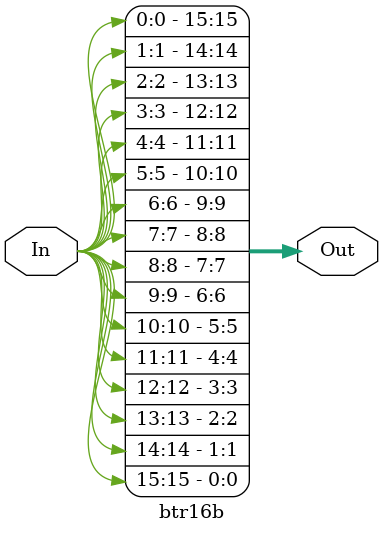
<source format=v>

module btr16b(In, Out);
  input [15:0] In;
  output [15:0] Out;
  assign Out = {In[0], In[1], In[2], In[3], In[4], In[5], In[6], In[7], In[8], In[9], In[10], In[11], In[12], In[13], In[14], In[15]};
   
  
endmodule
</source>
